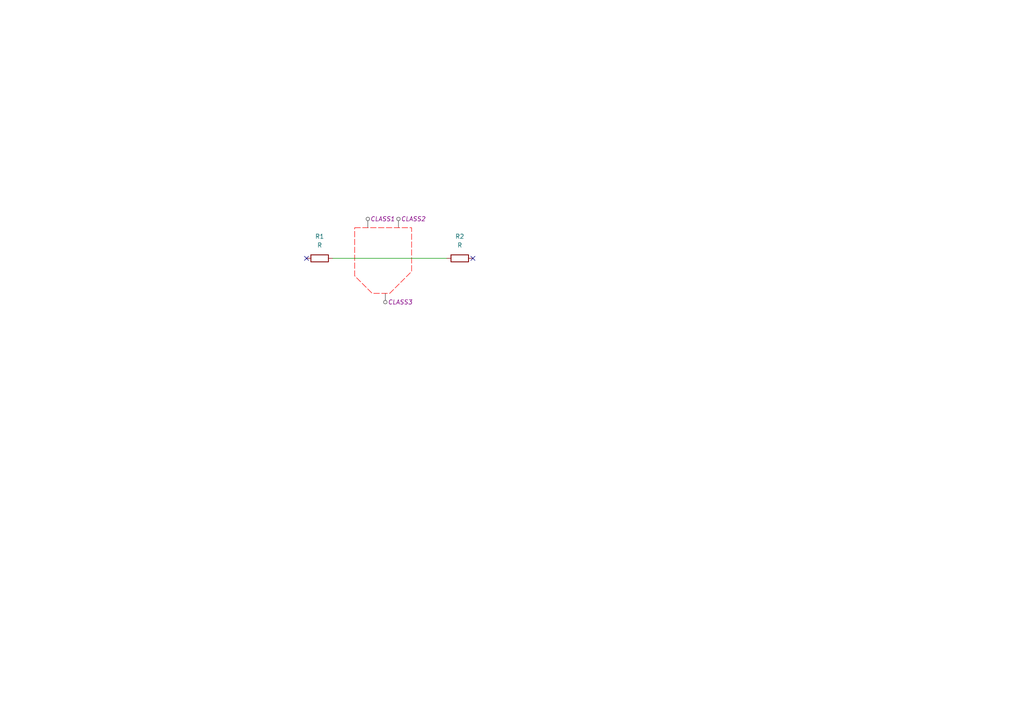
<source format=kicad_sch>
(kicad_sch (version 20240417) (generator "eeschema") (generator_version "8.99")
  (paper "A4")
  (lib_symbols
    (symbol "Device:R" (pin_numbers hide) (pin_names (offset 0))
      (property "Reference" "R" (at 2.032 0 90))
      (property "Value" "R" (at 0 0 90))
      (symbol "R_0_1"
        (rectangle (start -1.016 -2.54) (end 1.016 2.54) (stroke (width 0.254)))
      )
      (symbol "R_1_1"
        (pin passive line (at 0 3.81 270) (length 1.27) (name "~") (number "1"))
        (pin passive line (at 0 -3.81 90) (length 1.27) (name "~") (number "2"))
      )
    )
  )
  (no_connect (at 88.9 74.93))
  (no_connect (at 137.16 74.93))
  (wire (pts (xy 96.52 74.93) (xy 129.54 74.93)))
  (rule_area (polyline (pts (xy 102.87 66.04) (xy 119.38 66.04) (xy 119.38 78.74) (xy 113.03 85.09) (xy 107.95 85.09) (xy 102.87 80.01)) (stroke (width 0) (type dash))))
  (netclass_flag "" (length 2.54) (shape round) (at 106.68 66.04 0) (property "Netclass" "CLASS1" (at 107.3785 63.5 0) (effects (font (italic yes)) (justify left))))
  (netclass_flag "" (length 2.54) (shape round) (at 115.57 66.04 0) (property "Netclass" "CLASS2" (at 116.2685 63.5 0) (effects (font (italic yes)) (justify left))))
  (netclass_flag "" (length 2.54) (shape round) (at 111.76 85.09 180) (property "Netclass" "CLASS3" (at 112.4585 87.63 0) (effects (font (italic yes)) (justify left))))
  (symbol (lib_id "Device:R") (at 133.35 74.93 270) (unit 1)
    (property "Reference" "R2" (at 133.35 68.58 90))
    (property "Value" "R" (at 133.35 71.12 90))
    (property "Description" "Resistor" (effects (hide yes)))
  )
  (symbol (lib_id "Device:R") (at 92.71 74.93 270) (unit 1)
    (property "Reference" "R1" (at 92.71 68.58 90))
    (property "Value" "R" (at 92.71 71.12 90))
    (property "Description" "Resistor" (effects (hide yes)))
  )
)
</source>
